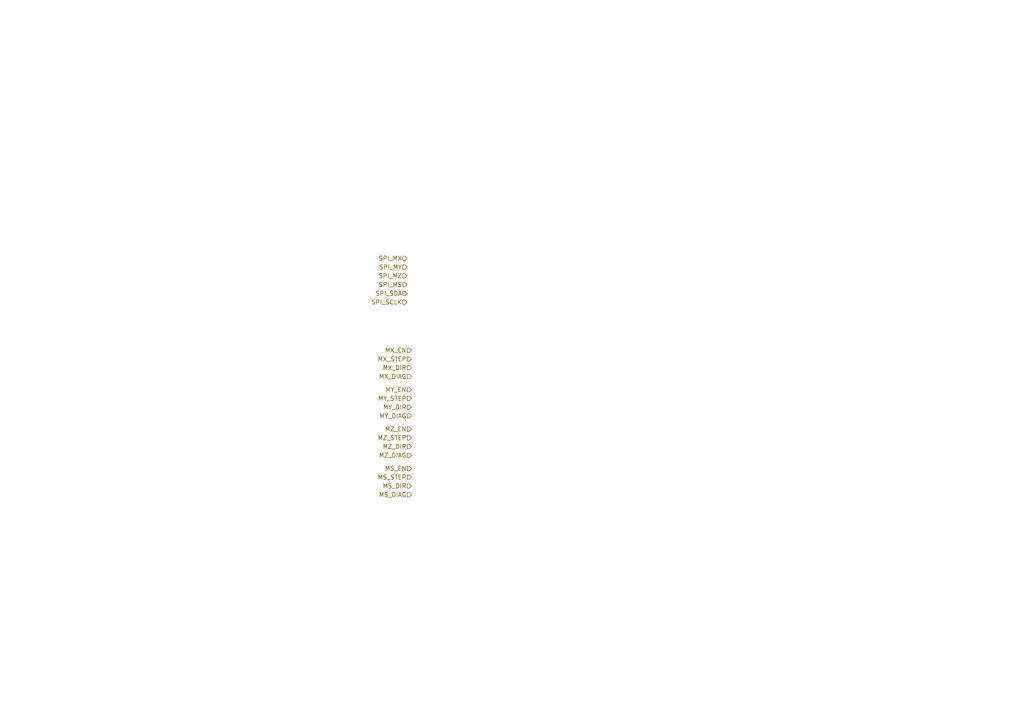
<source format=kicad_sch>
(kicad_sch
	(version 20250114)
	(generator "eeschema")
	(generator_version "9.0")
	(uuid "1b6b199b-45ef-4334-ade5-4bdcf8b886ba")
	(paper "A4")
	(lib_symbols)
	(hierarchical_label "MZ_DIAG"
		(shape input)
		(at 119.38 132.08 180)
		(effects
			(font
				(size 1.27 1.27)
			)
			(justify right)
		)
		(uuid "04015813-97dc-4201-986d-b5118c6b2fe2")
	)
	(hierarchical_label "MZ_EN"
		(shape input)
		(at 119.38 124.46 180)
		(effects
			(font
				(size 1.27 1.27)
			)
			(justify right)
		)
		(uuid "16a98807-74c7-4b9d-88e6-a7ea1631c68c")
	)
	(hierarchical_label "MY_EN"
		(shape input)
		(at 119.38 113.03 180)
		(effects
			(font
				(size 1.27 1.27)
			)
			(justify right)
		)
		(uuid "1a73bbce-76e1-47e3-b3d3-ea111c25e6ab")
	)
	(hierarchical_label "MS_EN"
		(shape input)
		(at 119.38 135.89 180)
		(effects
			(font
				(size 1.27 1.27)
			)
			(justify right)
		)
		(uuid "2d916e75-518c-4435-8b03-7f000147f055")
	)
	(hierarchical_label "MS_DIAG"
		(shape input)
		(at 119.38 143.51 180)
		(effects
			(font
				(size 1.27 1.27)
			)
			(justify right)
		)
		(uuid "33420aeb-7e8c-4899-ba81-d4324db5d546")
	)
	(hierarchical_label "SPI_SDA"
		(shape input)
		(at 118.11 85.09 180)
		(effects
			(font
				(size 1.27 1.27)
			)
			(justify right)
		)
		(uuid "526f1a14-dcc3-43ac-9e3e-603aa469ff19")
	)
	(hierarchical_label "MY_DIAG"
		(shape input)
		(at 119.38 120.65 180)
		(effects
			(font
				(size 1.27 1.27)
			)
			(justify right)
		)
		(uuid "665cb7db-2ffc-437f-9cdd-3fb71cf2ca0d")
	)
	(hierarchical_label "SPI_MS"
		(shape input)
		(at 118.11 82.55 180)
		(effects
			(font
				(size 1.27 1.27)
			)
			(justify right)
		)
		(uuid "6d4bdbc7-f613-48cb-8a91-094f3edf698e")
	)
	(hierarchical_label "MS_STEP"
		(shape input)
		(at 119.38 138.43 180)
		(effects
			(font
				(size 1.27 1.27)
			)
			(justify right)
		)
		(uuid "6fd1e0a9-ca89-4269-8816-4f3862129dd3")
	)
	(hierarchical_label "SPI_MX"
		(shape input)
		(at 118.11 74.93 180)
		(effects
			(font
				(size 1.27 1.27)
			)
			(justify right)
		)
		(uuid "7066ccff-b224-407e-94f7-50fa4bae3afa")
	)
	(hierarchical_label "MX_DIR"
		(shape input)
		(at 119.38 106.68 180)
		(effects
			(font
				(size 1.27 1.27)
			)
			(justify right)
		)
		(uuid "815964be-d75c-4227-b3ed-ee274ec9a9ed")
	)
	(hierarchical_label "MY_DIR"
		(shape input)
		(at 119.38 118.11 180)
		(effects
			(font
				(size 1.27 1.27)
			)
			(justify right)
		)
		(uuid "8249a5f3-2a36-48b1-81c8-4d23be41f16a")
	)
	(hierarchical_label "MZ_DIR"
		(shape input)
		(at 119.38 129.54 180)
		(effects
			(font
				(size 1.27 1.27)
			)
			(justify right)
		)
		(uuid "8580642a-bfe4-4f66-bf3c-f1da342f9a4c")
	)
	(hierarchical_label "SPI_MY"
		(shape input)
		(at 118.11 77.47 180)
		(effects
			(font
				(size 1.27 1.27)
			)
			(justify right)
		)
		(uuid "94db14ab-4299-4d18-be68-7f83aae4ebb0")
	)
	(hierarchical_label "MX_EN"
		(shape input)
		(at 119.38 101.6 180)
		(effects
			(font
				(size 1.27 1.27)
			)
			(justify right)
		)
		(uuid "a2880c03-a59f-4887-9a57-f9f3cb67f034")
	)
	(hierarchical_label "SPI_MZ"
		(shape input)
		(at 118.11 80.01 180)
		(effects
			(font
				(size 1.27 1.27)
			)
			(justify right)
		)
		(uuid "a2a112ac-f226-432a-a0a1-9e2ac726d69b")
	)
	(hierarchical_label "MY_STEP"
		(shape input)
		(at 119.38 115.57 180)
		(effects
			(font
				(size 1.27 1.27)
			)
			(justify right)
		)
		(uuid "a93ce58f-3824-4dd3-9400-48a0725a2e1c")
	)
	(hierarchical_label "MZ_STEP"
		(shape input)
		(at 119.38 127 180)
		(effects
			(font
				(size 1.27 1.27)
			)
			(justify right)
		)
		(uuid "c33add63-608d-4517-af1e-87f15bf78b1f")
	)
	(hierarchical_label "MS_DIR"
		(shape input)
		(at 119.38 140.97 180)
		(effects
			(font
				(size 1.27 1.27)
			)
			(justify right)
		)
		(uuid "c3767a72-3923-4283-b4e3-e4dfea771ae3")
	)
	(hierarchical_label "MX_STEP"
		(shape input)
		(at 119.38 104.14 180)
		(effects
			(font
				(size 1.27 1.27)
			)
			(justify right)
		)
		(uuid "c5033e72-c80a-4b87-ab83-1d613207b2d3")
	)
	(hierarchical_label "SPI_SCLK"
		(shape input)
		(at 118.11 87.63 180)
		(effects
			(font
				(size 1.27 1.27)
			)
			(justify right)
		)
		(uuid "cb193328-1810-4cec-bd4b-97407746ce72")
	)
	(hierarchical_label "MX_DIAG"
		(shape input)
		(at 119.38 109.22 180)
		(effects
			(font
				(size 1.27 1.27)
			)
			(justify right)
		)
		(uuid "f140b6e1-10b0-459f-a7ca-47b348621703")
	)
)

</source>
